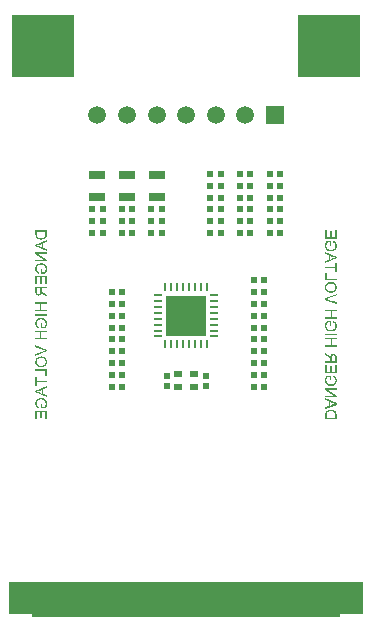
<source format=gbr>
%TF.GenerationSoftware,Altium Limited,Altium Designer,22.1.2 (22)*%
G04 Layer_Color=16711935*
%FSLAX26Y26*%
%MOIN*%
%TF.SameCoordinates,4CB55538-D73B-4A6B-AD5D-0D58206D9AAC*%
%TF.FilePolarity,Negative*%
%TF.FileFunction,Soldermask,Bot*%
%TF.Part,Single*%
G01*
G75*
%TA.AperFunction,NonConductor*%
%ADD37R,1.031496X0.115157*%
%ADD38R,1.181102X0.106299*%
%TA.AperFunction,SMDPad,CuDef*%
%ADD39R,0.055906X0.028346*%
%ADD40R,0.019291X0.021260*%
%ADD41R,0.021260X0.019291*%
%ADD42R,0.028346X0.010630*%
%ADD43R,0.010630X0.028346*%
%ADD44R,0.136614X0.136614*%
%ADD45R,0.028346X0.024409*%
%TA.AperFunction,ConnectorPad*%
%ADD46R,0.024409X0.091339*%
%TA.AperFunction,ViaPad*%
%ADD47R,0.209449X0.209449*%
%TA.AperFunction,ComponentPad*%
%ADD48R,0.059150X0.059150*%
%ADD49C,0.059150*%
G36*
X468577Y1256186D02*
X481408D01*
Y1277098D01*
X485885D01*
Y1256186D01*
X497406D01*
Y1278517D01*
X501883D01*
Y1251163D01*
X464100D01*
Y1279391D01*
X468577D01*
Y1256186D01*
D02*
G37*
G36*
X483374Y1227685D02*
X478896D01*
Y1238823D01*
X471798D01*
X471252Y1238168D01*
X470761Y1237403D01*
X470324Y1236584D01*
X469942Y1235820D01*
X469614Y1235165D01*
X469341Y1234564D01*
X469232Y1234346D01*
X469178Y1234237D01*
X469123Y1234127D01*
Y1234073D01*
X468741Y1232926D01*
X468413Y1231780D01*
X468195Y1230742D01*
X468086Y1229759D01*
X467976Y1228940D01*
Y1228613D01*
X467922Y1228285D01*
Y1227739D01*
X467976Y1226374D01*
X468195Y1225064D01*
X468468Y1223863D01*
X468741Y1222771D01*
X469068Y1221897D01*
X469178Y1221515D01*
X469287Y1221242D01*
X469396Y1220969D01*
X469505Y1220805D01*
X469560Y1220696D01*
Y1220641D01*
X470270Y1219495D01*
X471034Y1218457D01*
X471853Y1217584D01*
X472672Y1216874D01*
X473436Y1216273D01*
X474037Y1215891D01*
X474255Y1215727D01*
X474419Y1215673D01*
X474528Y1215563D01*
X474583D01*
X475948Y1215017D01*
X477368Y1214581D01*
X478787Y1214308D01*
X480152Y1214089D01*
X480753Y1214035D01*
X481299Y1213980D01*
X481845Y1213925D01*
X482282D01*
X482609Y1213871D01*
X482882D01*
X483046D01*
X483101D01*
X484629Y1213925D01*
X485994Y1214089D01*
X487305Y1214308D01*
X488451Y1214581D01*
X488943Y1214690D01*
X489380Y1214854D01*
X489762Y1214963D01*
X490089Y1215072D01*
X490362Y1215181D01*
X490526Y1215236D01*
X490635Y1215290D01*
X490690D01*
X491454Y1215673D01*
X492164Y1216055D01*
X492819Y1216437D01*
X493365Y1216819D01*
X493802Y1217147D01*
X494184Y1217420D01*
X494403Y1217638D01*
X494457Y1217693D01*
X495058Y1218293D01*
X495604Y1218949D01*
X496041Y1219658D01*
X496478Y1220314D01*
X496751Y1220860D01*
X497024Y1221296D01*
X497133Y1221624D01*
X497187Y1221733D01*
X497570Y1222716D01*
X497843Y1223699D01*
X498006Y1224736D01*
X498170Y1225664D01*
X498225Y1226483D01*
Y1226811D01*
X498279Y1227084D01*
Y1227685D01*
X498225Y1228722D01*
X498116Y1229705D01*
X497952Y1230578D01*
X497788Y1231343D01*
X497570Y1231998D01*
X497406Y1232489D01*
X497297Y1232762D01*
X497242Y1232872D01*
X496860Y1233691D01*
X496423Y1234400D01*
X495986Y1235056D01*
X495549Y1235547D01*
X495167Y1235929D01*
X494894Y1236257D01*
X494676Y1236421D01*
X494621Y1236475D01*
X493966Y1236967D01*
X493202Y1237349D01*
X492492Y1237731D01*
X491727Y1238059D01*
X491072Y1238277D01*
X490581Y1238441D01*
X490362Y1238495D01*
X490199Y1238550D01*
X490144Y1238605D01*
X490089D01*
X491291Y1243136D01*
X492656Y1242754D01*
X493857Y1242263D01*
X494949Y1241771D01*
X495822Y1241335D01*
X496532Y1240898D01*
X497024Y1240570D01*
X497351Y1240352D01*
X497460Y1240243D01*
X498334Y1239478D01*
X499044Y1238659D01*
X499699Y1237786D01*
X500245Y1236967D01*
X500627Y1236202D01*
X500955Y1235602D01*
X501064Y1235383D01*
X501119Y1235219D01*
X501173Y1235110D01*
Y1235056D01*
X501610Y1233800D01*
X501938Y1232489D01*
X502211Y1231288D01*
X502374Y1230142D01*
X502484Y1229104D01*
Y1228667D01*
X502538Y1228340D01*
Y1226593D01*
X502429Y1225610D01*
X502156Y1223699D01*
X501992Y1222825D01*
X501774Y1222006D01*
X501610Y1221242D01*
X501392Y1220532D01*
X501173Y1219877D01*
X500955Y1219331D01*
X500736Y1218839D01*
X500573Y1218403D01*
X500409Y1218075D01*
X500300Y1217857D01*
X500245Y1217693D01*
X500190Y1217638D01*
X499699Y1216874D01*
X499208Y1216109D01*
X498061Y1214799D01*
X496914Y1213652D01*
X495713Y1212724D01*
X494676Y1211960D01*
X494239Y1211687D01*
X493802Y1211468D01*
X493475Y1211250D01*
X493256Y1211141D01*
X493092Y1211086D01*
X493038Y1211032D01*
X491236Y1210267D01*
X489434Y1209721D01*
X487687Y1209284D01*
X486868Y1209175D01*
X486104Y1209011D01*
X485394Y1208957D01*
X484793Y1208848D01*
X484193Y1208793D01*
X483701D01*
X483319Y1208738D01*
X483046D01*
X482828D01*
X482773D01*
X480753Y1208848D01*
X478842Y1209121D01*
X477968Y1209284D01*
X477149Y1209448D01*
X476330Y1209667D01*
X475620Y1209885D01*
X474965Y1210103D01*
X474419Y1210322D01*
X473873Y1210486D01*
X473491Y1210649D01*
X473109Y1210813D01*
X472890Y1210922D01*
X472727Y1211032D01*
X472672D01*
X471089Y1212014D01*
X469724Y1213106D01*
X468522Y1214253D01*
X467540Y1215345D01*
X466775Y1216382D01*
X466502Y1216765D01*
X466229Y1217147D01*
X466065Y1217474D01*
X465902Y1217693D01*
X465847Y1217857D01*
X465792Y1217911D01*
X465356Y1218785D01*
X465028Y1219658D01*
X464427Y1221406D01*
X464045Y1223098D01*
X463718Y1224682D01*
X463663Y1225391D01*
X463554Y1226047D01*
X463499Y1226647D01*
Y1227139D01*
X463445Y1227521D01*
Y1228067D01*
X463499Y1229596D01*
X463663Y1231070D01*
X463936Y1232435D01*
X464209Y1233636D01*
X464318Y1234127D01*
X464427Y1234619D01*
X464591Y1235056D01*
X464700Y1235438D01*
X464810Y1235711D01*
X464864Y1235929D01*
X464919Y1236038D01*
Y1236093D01*
X465519Y1237567D01*
X466229Y1238932D01*
X466994Y1240243D01*
X467703Y1241389D01*
X468031Y1241881D01*
X468359Y1242372D01*
X468632Y1242754D01*
X468850Y1243082D01*
X469068Y1243355D01*
X469232Y1243573D01*
X469287Y1243682D01*
X469341Y1243737D01*
X483374D01*
Y1227685D01*
D02*
G37*
G36*
X501883Y1190557D02*
Y1185097D01*
X464100Y1170682D01*
Y1175978D01*
X475566Y1180073D01*
Y1195907D01*
X464100Y1200330D01*
Y1206008D01*
X501883Y1190557D01*
D02*
G37*
G36*
Y1139724D02*
X497406D01*
Y1152173D01*
X464100D01*
Y1157196D01*
X497406D01*
Y1169645D01*
X501883D01*
Y1139724D01*
D02*
G37*
G36*
X468577Y1117993D02*
X501883D01*
Y1112970D01*
X464100D01*
Y1136612D01*
X468577D01*
Y1117993D01*
D02*
G37*
G36*
X484957Y1106636D02*
X486868Y1106418D01*
X487742Y1106254D01*
X488615Y1106036D01*
X489380Y1105817D01*
X490089Y1105654D01*
X490745Y1105435D01*
X491345Y1105217D01*
X491837Y1105053D01*
X492273Y1104835D01*
X492601Y1104725D01*
X492819Y1104616D01*
X492983Y1104507D01*
X493038D01*
X494621Y1103633D01*
X496041Y1102596D01*
X497242Y1101504D01*
X498225Y1100521D01*
X498989Y1099593D01*
X499317Y1099156D01*
X499590Y1098829D01*
X499754Y1098501D01*
X499917Y1098283D01*
X499972Y1098173D01*
X500027Y1098119D01*
X500463Y1097300D01*
X500846Y1096481D01*
X501501Y1094897D01*
X501938Y1093259D01*
X502211Y1091840D01*
X502320Y1091185D01*
X502429Y1090529D01*
X502484Y1090038D01*
Y1089547D01*
X502538Y1089164D01*
Y1088673D01*
X502484Y1087199D01*
X502320Y1085834D01*
X502047Y1084523D01*
X501719Y1083268D01*
X501282Y1082121D01*
X500846Y1081029D01*
X500354Y1080046D01*
X499863Y1079173D01*
X499371Y1078354D01*
X498880Y1077644D01*
X498443Y1077043D01*
X498006Y1076552D01*
X497679Y1076170D01*
X497406Y1075842D01*
X497242Y1075678D01*
X497187Y1075624D01*
X496150Y1074750D01*
X495058Y1073986D01*
X493857Y1073276D01*
X492656Y1072730D01*
X491400Y1072238D01*
X490199Y1071802D01*
X488997Y1071474D01*
X487851Y1071256D01*
X486759Y1071037D01*
X485721Y1070873D01*
X484793Y1070764D01*
X484029Y1070655D01*
X483374D01*
X482882Y1070600D01*
X482555D01*
X482500D01*
X482445D01*
X480589Y1070710D01*
X478896Y1070928D01*
X477258Y1071256D01*
X476549Y1071474D01*
X475839Y1071692D01*
X475238Y1071856D01*
X474692Y1072075D01*
X474201Y1072238D01*
X473764Y1072402D01*
X473436Y1072511D01*
X473218Y1072621D01*
X473054Y1072730D01*
X473000D01*
X471416Y1073658D01*
X470051Y1074641D01*
X468850Y1075733D01*
X467867Y1076770D01*
X467048Y1077698D01*
X466721Y1078081D01*
X466502Y1078408D01*
X466284Y1078736D01*
X466120Y1078954D01*
X466065Y1079063D01*
X466011Y1079118D01*
X465574Y1079937D01*
X465192Y1080756D01*
X464537Y1082394D01*
X464100Y1083977D01*
X463772Y1085452D01*
X463663Y1086161D01*
X463608Y1086762D01*
X463499Y1087308D01*
Y1087799D01*
X463445Y1088127D01*
Y1088673D01*
X463554Y1090475D01*
X463827Y1092167D01*
X464154Y1093751D01*
X464373Y1094461D01*
X464591Y1095116D01*
X464810Y1095716D01*
X465028Y1096262D01*
X465192Y1096699D01*
X465356Y1097081D01*
X465519Y1097409D01*
X465629Y1097682D01*
X465738Y1097791D01*
Y1097846D01*
X466721Y1099375D01*
X467813Y1100685D01*
X468959Y1101777D01*
X470051Y1102705D01*
X471089Y1103470D01*
X471471Y1103743D01*
X471853Y1103961D01*
X472181Y1104179D01*
X472399Y1104289D01*
X472563Y1104398D01*
X472617D01*
X473491Y1104835D01*
X474365Y1105162D01*
X476112Y1105763D01*
X477859Y1106200D01*
X479442Y1106473D01*
X480152Y1106527D01*
X480807Y1106636D01*
X481408Y1106691D01*
X481899D01*
X482336Y1106746D01*
X482609D01*
X482828D01*
X482882D01*
X484957Y1106636D01*
D02*
G37*
G36*
X501883Y1062520D02*
X474419Y1052255D01*
X473273Y1051818D01*
X472181Y1051436D01*
X471143Y1051108D01*
X470215Y1050835D01*
X469396Y1050562D01*
X468795Y1050398D01*
X468577Y1050344D01*
X468413Y1050289D01*
X468304Y1050235D01*
X468249D01*
X470433Y1049579D01*
X471471Y1049252D01*
X472399Y1048924D01*
X473218Y1048651D01*
X473546Y1048542D01*
X473873Y1048487D01*
X474092Y1048378D01*
X474255Y1048324D01*
X474365Y1048269D01*
X474419D01*
X501883Y1038441D01*
Y1032981D01*
X464100Y1047614D01*
Y1052855D01*
X501883Y1067597D01*
Y1062520D01*
D02*
G37*
G36*
Y1008848D02*
X486377D01*
Y989301D01*
X501883D01*
Y984278D01*
X464100D01*
Y989301D01*
X481899D01*
Y1008848D01*
X464100D01*
Y1013871D01*
X501883D01*
Y1008848D01*
D02*
G37*
G36*
X483374Y960691D02*
X478896D01*
Y971829D01*
X471798D01*
X471252Y971174D01*
X470761Y970409D01*
X470324Y969590D01*
X469942Y968826D01*
X469614Y968171D01*
X469341Y967570D01*
X469232Y967352D01*
X469178Y967243D01*
X469123Y967133D01*
Y967079D01*
X468741Y965932D01*
X468413Y964786D01*
X468195Y963748D01*
X468086Y962765D01*
X467976Y961946D01*
Y961619D01*
X467922Y961291D01*
Y960745D01*
X467976Y959380D01*
X468195Y958070D01*
X468468Y956869D01*
X468741Y955777D01*
X469068Y954903D01*
X469178Y954521D01*
X469287Y954248D01*
X469396Y953975D01*
X469505Y953811D01*
X469560Y953702D01*
Y953647D01*
X470270Y952501D01*
X471034Y951463D01*
X471853Y950590D01*
X472672Y949880D01*
X473436Y949279D01*
X474037Y948897D01*
X474255Y948733D01*
X474419Y948679D01*
X474528Y948569D01*
X474583D01*
X475948Y948023D01*
X477368Y947587D01*
X478787Y947314D01*
X480152Y947095D01*
X480753Y947041D01*
X481299Y946986D01*
X481845Y946931D01*
X482282D01*
X482609Y946877D01*
X482882D01*
X483046D01*
X483101D01*
X484629Y946931D01*
X485994Y947095D01*
X487305Y947314D01*
X488451Y947587D01*
X488943Y947696D01*
X489380Y947860D01*
X489762Y947969D01*
X490089Y948078D01*
X490362Y948187D01*
X490526Y948242D01*
X490635Y948296D01*
X490690D01*
X491454Y948679D01*
X492164Y949061D01*
X492819Y949443D01*
X493365Y949825D01*
X493802Y950153D01*
X494184Y950426D01*
X494403Y950644D01*
X494457Y950699D01*
X495058Y951299D01*
X495604Y951955D01*
X496041Y952664D01*
X496478Y953320D01*
X496751Y953866D01*
X497024Y954302D01*
X497133Y954630D01*
X497187Y954739D01*
X497570Y955722D01*
X497843Y956705D01*
X498006Y957742D01*
X498170Y958670D01*
X498225Y959489D01*
Y959817D01*
X498279Y960090D01*
Y960691D01*
X498225Y961728D01*
X498116Y962711D01*
X497952Y963584D01*
X497788Y964349D01*
X497570Y965004D01*
X497406Y965495D01*
X497297Y965768D01*
X497242Y965878D01*
X496860Y966697D01*
X496423Y967406D01*
X495986Y968062D01*
X495549Y968553D01*
X495167Y968935D01*
X494894Y969263D01*
X494676Y969427D01*
X494621Y969481D01*
X493966Y969973D01*
X493202Y970355D01*
X492492Y970737D01*
X491727Y971065D01*
X491072Y971283D01*
X490581Y971447D01*
X490362Y971501D01*
X490199Y971556D01*
X490144Y971611D01*
X490089D01*
X491291Y976142D01*
X492656Y975760D01*
X493857Y975269D01*
X494949Y974777D01*
X495822Y974341D01*
X496532Y973904D01*
X497024Y973576D01*
X497351Y973358D01*
X497460Y973249D01*
X498334Y972484D01*
X499044Y971665D01*
X499699Y970792D01*
X500245Y969973D01*
X500627Y969208D01*
X500955Y968608D01*
X501064Y968389D01*
X501119Y968225D01*
X501173Y968116D01*
Y968062D01*
X501610Y966806D01*
X501938Y965495D01*
X502211Y964294D01*
X502374Y963148D01*
X502484Y962110D01*
Y961673D01*
X502538Y961346D01*
Y959599D01*
X502429Y958616D01*
X502156Y956705D01*
X501992Y955831D01*
X501774Y955012D01*
X501610Y954248D01*
X501392Y953538D01*
X501173Y952883D01*
X500955Y952337D01*
X500736Y951845D01*
X500573Y951409D01*
X500409Y951081D01*
X500300Y950863D01*
X500245Y950699D01*
X500190Y950644D01*
X499699Y949880D01*
X499208Y949115D01*
X498061Y947805D01*
X496914Y946658D01*
X495713Y945730D01*
X494676Y944966D01*
X494239Y944693D01*
X493802Y944474D01*
X493475Y944256D01*
X493256Y944147D01*
X493092Y944092D01*
X493038Y944038D01*
X491236Y943273D01*
X489434Y942727D01*
X487687Y942290D01*
X486868Y942181D01*
X486104Y942017D01*
X485394Y941963D01*
X484793Y941854D01*
X484193Y941799D01*
X483701D01*
X483319Y941744D01*
X483046D01*
X482828D01*
X482773D01*
X480753Y941854D01*
X478842Y942127D01*
X477968Y942290D01*
X477149Y942454D01*
X476330Y942673D01*
X475620Y942891D01*
X474965Y943109D01*
X474419Y943328D01*
X473873Y943492D01*
X473491Y943655D01*
X473109Y943819D01*
X472890Y943928D01*
X472727Y944038D01*
X472672D01*
X471089Y945020D01*
X469724Y946112D01*
X468522Y947259D01*
X467540Y948351D01*
X466775Y949388D01*
X466502Y949771D01*
X466229Y950153D01*
X466065Y950480D01*
X465902Y950699D01*
X465847Y950863D01*
X465792Y950917D01*
X465356Y951791D01*
X465028Y952664D01*
X464427Y954412D01*
X464045Y956104D01*
X463718Y957688D01*
X463663Y958397D01*
X463554Y959053D01*
X463499Y959653D01*
Y960145D01*
X463445Y960527D01*
Y961073D01*
X463499Y962602D01*
X463663Y964076D01*
X463936Y965441D01*
X464209Y966642D01*
X464318Y967133D01*
X464427Y967625D01*
X464591Y968062D01*
X464700Y968444D01*
X464810Y968717D01*
X464864Y968935D01*
X464919Y969044D01*
Y969099D01*
X465519Y970573D01*
X466229Y971938D01*
X466994Y973249D01*
X467703Y974395D01*
X468031Y974887D01*
X468359Y975378D01*
X468632Y975760D01*
X468850Y976088D01*
X469068Y976361D01*
X469232Y976579D01*
X469287Y976688D01*
X469341Y976743D01*
X483374D01*
Y960691D01*
D02*
G37*
G36*
X501883Y929186D02*
X464100D01*
Y934210D01*
X501883D01*
Y929186D01*
D02*
G37*
G36*
Y914990D02*
X486377D01*
Y895444D01*
X501883D01*
Y890420D01*
X464100D01*
Y895444D01*
X481899D01*
Y914990D01*
X464100D01*
Y920014D01*
X501883D01*
Y914990D01*
D02*
G37*
G36*
X474365Y864212D02*
X475457Y863448D01*
X476439Y862738D01*
X477258Y862028D01*
X478023Y861428D01*
X478569Y860882D01*
X479006Y860445D01*
X479279Y860172D01*
X479388Y860063D01*
X479715Y859626D01*
X480098Y859135D01*
X480698Y858152D01*
X480917Y857715D01*
X481135Y857387D01*
X481244Y857169D01*
X481299Y857060D01*
X481463Y858043D01*
X481626Y858971D01*
X481899Y859790D01*
X482118Y860609D01*
X482391Y861319D01*
X482718Y861974D01*
X482991Y862574D01*
X483264Y863120D01*
X483592Y863557D01*
X483865Y863994D01*
X484083Y864322D01*
X484302Y864595D01*
X484466Y864813D01*
X484629Y864977D01*
X484684Y865031D01*
X484739Y865086D01*
X485285Y865523D01*
X485831Y865960D01*
X486977Y866615D01*
X488124Y867052D01*
X489216Y867379D01*
X490144Y867598D01*
X490526Y867652D01*
X490908D01*
X491181Y867707D01*
X491400D01*
X491509D01*
X491564D01*
X492710Y867652D01*
X493748Y867488D01*
X494730Y867215D01*
X495549Y866942D01*
X496259Y866615D01*
X496805Y866396D01*
X497133Y866178D01*
X497187Y866123D01*
X497242D01*
X498116Y865468D01*
X498880Y864813D01*
X499535Y864103D01*
X500027Y863448D01*
X500409Y862847D01*
X500627Y862356D01*
X500791Y862028D01*
X500846Y861974D01*
Y861919D01*
X501009Y861428D01*
X501173Y860827D01*
X501446Y859626D01*
X501610Y858316D01*
X501774Y857114D01*
X501828Y855968D01*
Y855476D01*
X501883Y855040D01*
Y837513D01*
X464100D01*
Y842536D01*
X480862D01*
Y848979D01*
X480807Y849580D01*
Y850016D01*
X480753Y850399D01*
X480698Y850672D01*
Y850890D01*
X480644Y850999D01*
Y851054D01*
X480371Y851927D01*
X480207Y852310D01*
X480043Y852637D01*
X479879Y852965D01*
X479770Y853183D01*
X479715Y853292D01*
X479661Y853347D01*
X479333Y853784D01*
X478951Y854221D01*
X478132Y855040D01*
X477750Y855422D01*
X477422Y855695D01*
X477204Y855859D01*
X477149Y855913D01*
X476385Y856459D01*
X475566Y857060D01*
X474692Y857660D01*
X473873Y858261D01*
X473109Y858752D01*
X472508Y859135D01*
X472290Y859298D01*
X472126Y859408D01*
X472017Y859517D01*
X471962D01*
X464100Y864485D01*
Y870710D01*
X474365Y864212D01*
D02*
G37*
G36*
X468577Y807319D02*
X481408D01*
Y828231D01*
X485885D01*
Y807319D01*
X497406D01*
Y829651D01*
X501883D01*
Y802296D01*
X464100D01*
Y830524D01*
X468577D01*
Y807319D01*
D02*
G37*
G36*
X483374Y778818D02*
X478896D01*
Y789956D01*
X471798D01*
X471252Y789301D01*
X470761Y788537D01*
X470324Y787718D01*
X469942Y786953D01*
X469614Y786298D01*
X469341Y785698D01*
X469232Y785479D01*
X469178Y785370D01*
X469123Y785261D01*
Y785206D01*
X468741Y784060D01*
X468413Y782913D01*
X468195Y781876D01*
X468086Y780893D01*
X467976Y780074D01*
Y779746D01*
X467922Y779419D01*
Y778873D01*
X467976Y777508D01*
X468195Y776197D01*
X468468Y774996D01*
X468741Y773904D01*
X469068Y773030D01*
X469178Y772648D01*
X469287Y772375D01*
X469396Y772102D01*
X469505Y771938D01*
X469560Y771829D01*
Y771775D01*
X470270Y770628D01*
X471034Y769591D01*
X471853Y768717D01*
X472672Y768007D01*
X473436Y767407D01*
X474037Y767024D01*
X474255Y766861D01*
X474419Y766806D01*
X474528Y766697D01*
X474583D01*
X475948Y766151D01*
X477368Y765714D01*
X478787Y765441D01*
X480152Y765223D01*
X480753Y765168D01*
X481299Y765113D01*
X481845Y765059D01*
X482282D01*
X482609Y765004D01*
X482882D01*
X483046D01*
X483101D01*
X484629Y765059D01*
X485994Y765223D01*
X487305Y765441D01*
X488451Y765714D01*
X488943Y765823D01*
X489380Y765987D01*
X489762Y766096D01*
X490089Y766205D01*
X490362Y766315D01*
X490526Y766369D01*
X490635Y766424D01*
X490690D01*
X491454Y766806D01*
X492164Y767188D01*
X492819Y767570D01*
X493365Y767953D01*
X493802Y768280D01*
X494184Y768553D01*
X494403Y768772D01*
X494457Y768826D01*
X495058Y769427D01*
X495604Y770082D01*
X496041Y770792D01*
X496478Y771447D01*
X496751Y771993D01*
X497024Y772430D01*
X497133Y772757D01*
X497187Y772867D01*
X497570Y773849D01*
X497843Y774832D01*
X498006Y775870D01*
X498170Y776798D01*
X498225Y777617D01*
Y777944D01*
X498279Y778217D01*
Y778818D01*
X498225Y779855D01*
X498116Y780838D01*
X497952Y781712D01*
X497788Y782476D01*
X497570Y783131D01*
X497406Y783623D01*
X497297Y783896D01*
X497242Y784005D01*
X496860Y784824D01*
X496423Y785534D01*
X495986Y786189D01*
X495549Y786680D01*
X495167Y787063D01*
X494894Y787390D01*
X494676Y787554D01*
X494621Y787609D01*
X493966Y788100D01*
X493202Y788482D01*
X492492Y788864D01*
X491727Y789192D01*
X491072Y789410D01*
X490581Y789574D01*
X490362Y789629D01*
X490199Y789683D01*
X490144Y789738D01*
X490089D01*
X491291Y794270D01*
X492656Y793888D01*
X493857Y793396D01*
X494949Y792905D01*
X495822Y792468D01*
X496532Y792031D01*
X497024Y791704D01*
X497351Y791485D01*
X497460Y791376D01*
X498334Y790612D01*
X499044Y789793D01*
X499699Y788919D01*
X500245Y788100D01*
X500627Y787336D01*
X500955Y786735D01*
X501064Y786517D01*
X501119Y786353D01*
X501173Y786244D01*
Y786189D01*
X501610Y784933D01*
X501938Y783623D01*
X502211Y782422D01*
X502374Y781275D01*
X502484Y780238D01*
Y779801D01*
X502538Y779473D01*
Y777726D01*
X502429Y776743D01*
X502156Y774832D01*
X501992Y773959D01*
X501774Y773140D01*
X501610Y772375D01*
X501392Y771665D01*
X501173Y771010D01*
X500955Y770464D01*
X500736Y769973D01*
X500573Y769536D01*
X500409Y769208D01*
X500300Y768990D01*
X500245Y768826D01*
X500190Y768772D01*
X499699Y768007D01*
X499208Y767243D01*
X498061Y765932D01*
X496914Y764786D01*
X495713Y763858D01*
X494676Y763093D01*
X494239Y762820D01*
X493802Y762602D01*
X493475Y762383D01*
X493256Y762274D01*
X493092Y762220D01*
X493038Y762165D01*
X491236Y761401D01*
X489434Y760855D01*
X487687Y760418D01*
X486868Y760309D01*
X486104Y760145D01*
X485394Y760090D01*
X484793Y759981D01*
X484193Y759926D01*
X483701D01*
X483319Y759872D01*
X483046D01*
X482828D01*
X482773D01*
X480753Y759981D01*
X478842Y760254D01*
X477968Y760418D01*
X477149Y760582D01*
X476330Y760800D01*
X475620Y761018D01*
X474965Y761237D01*
X474419Y761455D01*
X473873Y761619D01*
X473491Y761783D01*
X473109Y761947D01*
X472890Y762056D01*
X472727Y762165D01*
X472672D01*
X471089Y763148D01*
X469724Y764240D01*
X468522Y765386D01*
X467540Y766478D01*
X466775Y767516D01*
X466502Y767898D01*
X466229Y768280D01*
X466065Y768608D01*
X465902Y768826D01*
X465847Y768990D01*
X465792Y769045D01*
X465356Y769918D01*
X465028Y770792D01*
X464427Y772539D01*
X464045Y774232D01*
X463718Y775815D01*
X463663Y776525D01*
X463554Y777180D01*
X463499Y777781D01*
Y778272D01*
X463445Y778654D01*
Y779200D01*
X463499Y780729D01*
X463663Y782203D01*
X463936Y783568D01*
X464209Y784769D01*
X464318Y785261D01*
X464427Y785752D01*
X464591Y786189D01*
X464700Y786571D01*
X464810Y786844D01*
X464864Y787063D01*
X464919Y787172D01*
Y787226D01*
X465519Y788701D01*
X466229Y790066D01*
X466994Y791376D01*
X467703Y792523D01*
X468031Y793014D01*
X468359Y793505D01*
X468632Y793888D01*
X468850Y794215D01*
X469068Y794488D01*
X469232Y794707D01*
X469287Y794816D01*
X469341Y794870D01*
X483374D01*
Y778818D01*
D02*
G37*
G36*
X501883Y747969D02*
X472181D01*
X501883Y728149D01*
Y723017D01*
X464100D01*
Y727822D01*
X493748D01*
X464100Y747587D01*
Y752774D01*
X501883D01*
Y747969D01*
D02*
G37*
G36*
Y703579D02*
Y698119D01*
X464100Y683705D01*
Y689001D01*
X475566Y693096D01*
Y708930D01*
X464100Y713353D01*
Y719031D01*
X501883Y703579D01*
D02*
G37*
G36*
X485012Y680920D02*
X486704Y680756D01*
X488233Y680483D01*
X488943Y680374D01*
X489543Y680210D01*
X490144Y680047D01*
X490635Y679937D01*
X491072Y679828D01*
X491454Y679664D01*
X491782Y679610D01*
X492000Y679501D01*
X492110Y679446D01*
X492164D01*
X493584Y678845D01*
X494840Y678136D01*
X495932Y677371D01*
X496860Y676661D01*
X497624Y676006D01*
X498170Y675460D01*
X498334Y675242D01*
X498498Y675078D01*
X498552Y675023D01*
X498607Y674969D01*
X499317Y674095D01*
X499863Y673167D01*
X500354Y672239D01*
X500736Y671365D01*
X501009Y670601D01*
X501173Y670000D01*
X501282Y669782D01*
Y669618D01*
X501337Y669509D01*
Y669454D01*
X501501Y668526D01*
X501665Y667434D01*
X501774Y666342D01*
X501828Y665250D01*
X501883Y664267D01*
Y649744D01*
X464100D01*
Y663339D01*
X464154Y664595D01*
X464209Y665741D01*
X464318Y666779D01*
X464427Y667652D01*
X464537Y668417D01*
X464591Y668963D01*
X464646Y669127D01*
X464700Y669290D01*
Y669400D01*
X464973Y670382D01*
X465301Y671256D01*
X465574Y672020D01*
X465902Y672676D01*
X466175Y673222D01*
X466393Y673604D01*
X466557Y673822D01*
X466611Y673931D01*
X467103Y674641D01*
X467703Y675242D01*
X468249Y675842D01*
X468795Y676334D01*
X469287Y676771D01*
X469669Y677098D01*
X469942Y677317D01*
X470051Y677371D01*
X470925Y677917D01*
X471853Y678463D01*
X472727Y678900D01*
X473600Y679228D01*
X474365Y679555D01*
X474965Y679774D01*
X475184Y679828D01*
X475347Y679883D01*
X475457Y679937D01*
X475511D01*
X476822Y680265D01*
X478132Y680538D01*
X479388Y680702D01*
X480589Y680866D01*
X481626Y680920D01*
X482063D01*
X482445Y680975D01*
X482718D01*
X482991D01*
X483101D01*
X483155D01*
X485012Y680920D01*
D02*
G37*
G36*
X-464100Y1265795D02*
X-464154Y1264539D01*
X-464209Y1263393D01*
X-464318Y1262355D01*
X-464427Y1261482D01*
X-464536Y1260717D01*
X-464591Y1260171D01*
X-464646Y1260007D01*
X-464700Y1259844D01*
Y1259735D01*
X-464973Y1258752D01*
X-465301Y1257878D01*
X-465574Y1257114D01*
X-465901Y1256458D01*
X-466174Y1255912D01*
X-466393Y1255530D01*
X-466557Y1255312D01*
X-466611Y1255203D01*
X-467103Y1254493D01*
X-467703Y1253892D01*
X-468249Y1253292D01*
X-468795Y1252800D01*
X-469287Y1252363D01*
X-469669Y1252036D01*
X-469942Y1251818D01*
X-470051Y1251763D01*
X-470925Y1251217D01*
X-471853Y1250671D01*
X-472726Y1250234D01*
X-473600Y1249907D01*
X-474364Y1249579D01*
X-474965Y1249361D01*
X-475183Y1249306D01*
X-475347Y1249251D01*
X-475456Y1249197D01*
X-475511D01*
X-476821Y1248869D01*
X-478132Y1248596D01*
X-479388Y1248432D01*
X-480589Y1248268D01*
X-481626Y1248214D01*
X-482063D01*
X-482445Y1248159D01*
X-482718D01*
X-482991D01*
X-483100D01*
X-483155D01*
X-485011Y1248214D01*
X-486704Y1248378D01*
X-488233Y1248651D01*
X-488943Y1248760D01*
X-489543Y1248924D01*
X-490144Y1249088D01*
X-490635Y1249197D01*
X-491072Y1249306D01*
X-491454Y1249470D01*
X-491782Y1249524D01*
X-492000Y1249633D01*
X-492109Y1249688D01*
X-492164D01*
X-493584Y1250289D01*
X-494839Y1250998D01*
X-495931Y1251763D01*
X-496860Y1252473D01*
X-497624Y1253128D01*
X-498170Y1253674D01*
X-498334Y1253892D01*
X-498498Y1254056D01*
X-498552Y1254111D01*
X-498607Y1254165D01*
X-499317Y1255039D01*
X-499863Y1255967D01*
X-500354Y1256895D01*
X-500736Y1257769D01*
X-501009Y1258533D01*
X-501173Y1259134D01*
X-501282Y1259352D01*
Y1259516D01*
X-501337Y1259625D01*
Y1259680D01*
X-501501Y1260608D01*
X-501664Y1261700D01*
X-501774Y1262792D01*
X-501828Y1263884D01*
X-501883Y1264867D01*
Y1279390D01*
X-464100D01*
Y1265795D01*
D02*
G37*
G36*
Y1240133D02*
X-475566Y1236038D01*
Y1220204D01*
X-464100Y1215782D01*
Y1210103D01*
X-501883Y1225555D01*
Y1231015D01*
X-464100Y1245429D01*
Y1240133D01*
D02*
G37*
G36*
Y1201312D02*
X-493747D01*
X-464100Y1181547D01*
Y1176360D01*
X-501883D01*
Y1181165D01*
X-472180D01*
X-501883Y1200985D01*
Y1206117D01*
X-464100D01*
Y1201312D01*
D02*
G37*
G36*
X-480753Y1169153D02*
X-478842Y1168880D01*
X-477968Y1168716D01*
X-477149Y1168553D01*
X-476330Y1168334D01*
X-475620Y1168116D01*
X-474965Y1167897D01*
X-474419Y1167679D01*
X-473873Y1167515D01*
X-473491Y1167351D01*
X-473109Y1167188D01*
X-472890Y1167078D01*
X-472726Y1166969D01*
X-472672D01*
X-471088Y1165986D01*
X-469723Y1164894D01*
X-468522Y1163748D01*
X-467539Y1162656D01*
X-466775Y1161618D01*
X-466502Y1161236D01*
X-466229Y1160854D01*
X-466065Y1160526D01*
X-465901Y1160308D01*
X-465847Y1160144D01*
X-465792Y1160090D01*
X-465355Y1159216D01*
X-465028Y1158342D01*
X-464427Y1156595D01*
X-464045Y1154902D01*
X-463717Y1153319D01*
X-463663Y1152609D01*
X-463554Y1151954D01*
X-463499Y1151353D01*
Y1150862D01*
X-463444Y1150480D01*
Y1149934D01*
X-463499Y1148405D01*
X-463663Y1146931D01*
X-463936Y1145566D01*
X-464209Y1144365D01*
X-464318Y1143873D01*
X-464427Y1143382D01*
X-464591Y1142945D01*
X-464700Y1142563D01*
X-464809Y1142290D01*
X-464864Y1142072D01*
X-464919Y1141962D01*
Y1141908D01*
X-465519Y1140434D01*
X-466229Y1139069D01*
X-466993Y1137758D01*
X-467703Y1136611D01*
X-468031Y1136120D01*
X-468358Y1135629D01*
X-468631Y1135246D01*
X-468850Y1134919D01*
X-469068Y1134646D01*
X-469232Y1134428D01*
X-469287Y1134318D01*
X-469341Y1134264D01*
X-483373D01*
Y1150316D01*
X-478896D01*
Y1139178D01*
X-471798D01*
X-471252Y1139833D01*
X-470761Y1140597D01*
X-470324Y1141416D01*
X-469942Y1142181D01*
X-469614Y1142836D01*
X-469341Y1143437D01*
X-469232Y1143655D01*
X-469177Y1143764D01*
X-469123Y1143873D01*
Y1143928D01*
X-468741Y1145074D01*
X-468413Y1146221D01*
X-468195Y1147258D01*
X-468085Y1148241D01*
X-467976Y1149060D01*
Y1149388D01*
X-467922Y1149716D01*
Y1150262D01*
X-467976Y1151627D01*
X-468195Y1152937D01*
X-468468Y1154138D01*
X-468741Y1155230D01*
X-469068Y1156104D01*
X-469177Y1156486D01*
X-469287Y1156759D01*
X-469396Y1157032D01*
X-469505Y1157196D01*
X-469560Y1157305D01*
Y1157360D01*
X-470269Y1158506D01*
X-471034Y1159543D01*
X-471853Y1160417D01*
X-472672Y1161127D01*
X-473436Y1161727D01*
X-474037Y1162110D01*
X-474255Y1162274D01*
X-474419Y1162328D01*
X-474528Y1162437D01*
X-474583D01*
X-475948Y1162983D01*
X-477367Y1163420D01*
X-478787Y1163693D01*
X-480152Y1163911D01*
X-480753Y1163966D01*
X-481299Y1164021D01*
X-481845Y1164075D01*
X-482281D01*
X-482609Y1164130D01*
X-482882D01*
X-483046D01*
X-483100D01*
X-484629Y1164075D01*
X-485994Y1163911D01*
X-487305Y1163693D01*
X-488451Y1163420D01*
X-488943Y1163311D01*
X-489379Y1163147D01*
X-489762Y1163038D01*
X-490089Y1162929D01*
X-490362Y1162820D01*
X-490526Y1162765D01*
X-490635Y1162710D01*
X-490690D01*
X-491454Y1162328D01*
X-492164Y1161946D01*
X-492819Y1161564D01*
X-493365Y1161181D01*
X-493802Y1160854D01*
X-494184Y1160581D01*
X-494403Y1160362D01*
X-494457Y1160308D01*
X-495058Y1159707D01*
X-495604Y1159052D01*
X-496041Y1158342D01*
X-496477Y1157687D01*
X-496750Y1157141D01*
X-497023Y1156704D01*
X-497133Y1156377D01*
X-497187Y1156267D01*
X-497569Y1155285D01*
X-497842Y1154302D01*
X-498006Y1153264D01*
X-498170Y1152336D01*
X-498225Y1151517D01*
Y1151190D01*
X-498279Y1150917D01*
Y1150316D01*
X-498225Y1149279D01*
X-498115Y1148296D01*
X-497952Y1147422D01*
X-497788Y1146658D01*
X-497569Y1146003D01*
X-497406Y1145511D01*
X-497296Y1145238D01*
X-497242Y1145129D01*
X-496860Y1144310D01*
X-496423Y1143600D01*
X-495986Y1142945D01*
X-495549Y1142454D01*
X-495167Y1142072D01*
X-494894Y1141744D01*
X-494676Y1141580D01*
X-494621Y1141525D01*
X-493966Y1141034D01*
X-493201Y1140652D01*
X-492492Y1140270D01*
X-491727Y1139942D01*
X-491072Y1139724D01*
X-490581Y1139560D01*
X-490362Y1139505D01*
X-490198Y1139451D01*
X-490144Y1139396D01*
X-490089D01*
X-491290Y1134864D01*
X-492655Y1135246D01*
X-493857Y1135738D01*
X-494949Y1136229D01*
X-495822Y1136666D01*
X-496532Y1137103D01*
X-497023Y1137430D01*
X-497351Y1137649D01*
X-497460Y1137758D01*
X-498334Y1138523D01*
X-499044Y1139341D01*
X-499699Y1140215D01*
X-500245Y1141034D01*
X-500627Y1141799D01*
X-500955Y1142399D01*
X-501064Y1142618D01*
X-501118Y1142781D01*
X-501173Y1142890D01*
Y1142945D01*
X-501610Y1144201D01*
X-501937Y1145511D01*
X-502210Y1146713D01*
X-502374Y1147859D01*
X-502483Y1148897D01*
Y1149333D01*
X-502538Y1149661D01*
Y1151408D01*
X-502429Y1152391D01*
X-502156Y1154302D01*
X-501992Y1155176D01*
X-501774Y1155995D01*
X-501610Y1156759D01*
X-501391Y1157469D01*
X-501173Y1158124D01*
X-500955Y1158670D01*
X-500736Y1159161D01*
X-500572Y1159598D01*
X-500409Y1159926D01*
X-500299Y1160144D01*
X-500245Y1160308D01*
X-500190Y1160362D01*
X-499699Y1161127D01*
X-499207Y1161891D01*
X-498061Y1163202D01*
X-496914Y1164348D01*
X-495713Y1165276D01*
X-494676Y1166041D01*
X-494239Y1166314D01*
X-493802Y1166532D01*
X-493474Y1166751D01*
X-493256Y1166860D01*
X-493092Y1166915D01*
X-493038Y1166969D01*
X-491236Y1167734D01*
X-489434Y1168280D01*
X-487687Y1168716D01*
X-486868Y1168825D01*
X-486103Y1168989D01*
X-485394Y1169044D01*
X-484793Y1169153D01*
X-484192Y1169208D01*
X-483701D01*
X-483319Y1169262D01*
X-483046D01*
X-482827D01*
X-482773D01*
X-480753Y1169153D01*
D02*
G37*
G36*
X-464100Y1098610D02*
X-468577D01*
Y1121815D01*
X-481408D01*
Y1100903D01*
X-485885D01*
Y1121815D01*
X-497406D01*
Y1099484D01*
X-501883D01*
Y1126838D01*
X-464100D01*
Y1098610D01*
D02*
G37*
G36*
Y1086598D02*
X-480862D01*
Y1080155D01*
X-480807Y1079554D01*
Y1079118D01*
X-480753Y1078736D01*
X-480698Y1078463D01*
Y1078244D01*
X-480643Y1078135D01*
Y1078080D01*
X-480370Y1077207D01*
X-480207Y1076824D01*
X-480043Y1076497D01*
X-479879Y1076169D01*
X-479770Y1075951D01*
X-479715Y1075842D01*
X-479661Y1075787D01*
X-479333Y1075350D01*
X-478951Y1074914D01*
X-478132Y1074094D01*
X-477750Y1073712D01*
X-477422Y1073439D01*
X-477204Y1073275D01*
X-477149Y1073221D01*
X-476385Y1072675D01*
X-475566Y1072074D01*
X-474692Y1071474D01*
X-473873Y1070873D01*
X-473109Y1070382D01*
X-472508Y1069999D01*
X-472290Y1069836D01*
X-472126Y1069726D01*
X-472017Y1069617D01*
X-471962D01*
X-464100Y1064649D01*
Y1058424D01*
X-474364Y1064922D01*
X-475456Y1065686D01*
X-476439Y1066396D01*
X-477258Y1067106D01*
X-478023Y1067706D01*
X-478569Y1068252D01*
X-479005Y1068689D01*
X-479278Y1068962D01*
X-479388Y1069071D01*
X-479715Y1069508D01*
X-480097Y1069999D01*
X-480698Y1070982D01*
X-480916Y1071419D01*
X-481135Y1071747D01*
X-481244Y1071965D01*
X-481299Y1072074D01*
X-481462Y1071091D01*
X-481626Y1070163D01*
X-481899Y1069344D01*
X-482118Y1068525D01*
X-482391Y1067815D01*
X-482718Y1067160D01*
X-482991Y1066560D01*
X-483264Y1066014D01*
X-483592Y1065577D01*
X-483865Y1065140D01*
X-484083Y1064812D01*
X-484302Y1064540D01*
X-484465Y1064321D01*
X-484629Y1064157D01*
X-484684Y1064103D01*
X-484738Y1064048D01*
X-485284Y1063611D01*
X-485830Y1063175D01*
X-486977Y1062519D01*
X-488124Y1062082D01*
X-489216Y1061755D01*
X-490144Y1061536D01*
X-490526Y1061482D01*
X-490908D01*
X-491181Y1061427D01*
X-491400D01*
X-491509D01*
X-491563D01*
X-492710Y1061482D01*
X-493747Y1061646D01*
X-494730Y1061919D01*
X-495549Y1062192D01*
X-496259Y1062519D01*
X-496805Y1062738D01*
X-497133Y1062956D01*
X-497187Y1063011D01*
X-497242D01*
X-498115Y1063666D01*
X-498880Y1064321D01*
X-499535Y1065031D01*
X-500026Y1065686D01*
X-500409Y1066287D01*
X-500627Y1066778D01*
X-500791Y1067106D01*
X-500845Y1067160D01*
Y1067215D01*
X-501009Y1067706D01*
X-501173Y1068307D01*
X-501446Y1069508D01*
X-501610Y1070819D01*
X-501774Y1072020D01*
X-501828Y1073166D01*
Y1073658D01*
X-501883Y1074094D01*
Y1091621D01*
X-464100D01*
Y1086598D01*
D02*
G37*
G36*
Y1033690D02*
X-481899D01*
Y1014144D01*
X-464100D01*
Y1009120D01*
X-501883D01*
Y1014144D01*
X-486376D01*
Y1033690D01*
X-501883D01*
Y1038714D01*
X-464100D01*
Y1033690D01*
D02*
G37*
G36*
Y994924D02*
X-501883D01*
Y999948D01*
X-464100D01*
Y994924D01*
D02*
G37*
G36*
X-480753Y987280D02*
X-478842Y987008D01*
X-477968Y986844D01*
X-477149Y986680D01*
X-476330Y986462D01*
X-475620Y986243D01*
X-474965Y986025D01*
X-474419Y985806D01*
X-473873Y985643D01*
X-473491Y985479D01*
X-473109Y985315D01*
X-472890Y985206D01*
X-472726Y985096D01*
X-472672D01*
X-471088Y984114D01*
X-469723Y983022D01*
X-468522Y981875D01*
X-467539Y980783D01*
X-466775Y979746D01*
X-466502Y979364D01*
X-466229Y978981D01*
X-466065Y978654D01*
X-465901Y978435D01*
X-465847Y978271D01*
X-465792Y978217D01*
X-465355Y977343D01*
X-465028Y976470D01*
X-464427Y974722D01*
X-464045Y973030D01*
X-463717Y971447D01*
X-463663Y970737D01*
X-463554Y970082D01*
X-463499Y969481D01*
Y968990D01*
X-463444Y968607D01*
Y968061D01*
X-463499Y966533D01*
X-463663Y965058D01*
X-463936Y963693D01*
X-464209Y962492D01*
X-464318Y962001D01*
X-464427Y961509D01*
X-464591Y961072D01*
X-464700Y960690D01*
X-464809Y960417D01*
X-464864Y960199D01*
X-464919Y960090D01*
Y960035D01*
X-465519Y958561D01*
X-466229Y957196D01*
X-466993Y955885D01*
X-467703Y954739D01*
X-468031Y954247D01*
X-468358Y953756D01*
X-468631Y953374D01*
X-468850Y953046D01*
X-469068Y952773D01*
X-469232Y952555D01*
X-469287Y952446D01*
X-469341Y952391D01*
X-483373D01*
Y968443D01*
X-478896D01*
Y957305D01*
X-471798D01*
X-471252Y957960D01*
X-470761Y958725D01*
X-470324Y959544D01*
X-469942Y960308D01*
X-469614Y960963D01*
X-469341Y961564D01*
X-469232Y961782D01*
X-469177Y961891D01*
X-469123Y962001D01*
Y962055D01*
X-468741Y963202D01*
X-468413Y964348D01*
X-468195Y965386D01*
X-468085Y966369D01*
X-467976Y967188D01*
Y967515D01*
X-467922Y967843D01*
Y968389D01*
X-467976Y969754D01*
X-468195Y971064D01*
X-468468Y972265D01*
X-468741Y973357D01*
X-469068Y974231D01*
X-469177Y974613D01*
X-469287Y974886D01*
X-469396Y975159D01*
X-469505Y975323D01*
X-469560Y975432D01*
Y975487D01*
X-470269Y976634D01*
X-471034Y977671D01*
X-471853Y978544D01*
X-472672Y979254D01*
X-473436Y979855D01*
X-474037Y980237D01*
X-474255Y980401D01*
X-474419Y980456D01*
X-474528Y980565D01*
X-474583D01*
X-475948Y981111D01*
X-477367Y981548D01*
X-478787Y981821D01*
X-480152Y982039D01*
X-480753Y982093D01*
X-481299Y982148D01*
X-481845Y982203D01*
X-482281D01*
X-482609Y982257D01*
X-482882D01*
X-483046D01*
X-483100D01*
X-484629Y982203D01*
X-485994Y982039D01*
X-487305Y981821D01*
X-488451Y981548D01*
X-488943Y981438D01*
X-489379Y981274D01*
X-489762Y981165D01*
X-490089Y981056D01*
X-490362Y980947D01*
X-490526Y980892D01*
X-490635Y980838D01*
X-490690D01*
X-491454Y980456D01*
X-492164Y980073D01*
X-492819Y979691D01*
X-493365Y979309D01*
X-493802Y978981D01*
X-494184Y978708D01*
X-494403Y978490D01*
X-494457Y978435D01*
X-495058Y977835D01*
X-495604Y977179D01*
X-496041Y976470D01*
X-496477Y975814D01*
X-496750Y975269D01*
X-497023Y974832D01*
X-497133Y974504D01*
X-497187Y974395D01*
X-497569Y973412D01*
X-497842Y972429D01*
X-498006Y971392D01*
X-498170Y970464D01*
X-498225Y969645D01*
Y969317D01*
X-498279Y969044D01*
Y968443D01*
X-498225Y967406D01*
X-498115Y966423D01*
X-497952Y965550D01*
X-497788Y964785D01*
X-497569Y964130D01*
X-497406Y963639D01*
X-497296Y963366D01*
X-497242Y963256D01*
X-496860Y962438D01*
X-496423Y961728D01*
X-495986Y961072D01*
X-495549Y960581D01*
X-495167Y960199D01*
X-494894Y959871D01*
X-494676Y959707D01*
X-494621Y959653D01*
X-493966Y959162D01*
X-493201Y958779D01*
X-492492Y958397D01*
X-491727Y958069D01*
X-491072Y957851D01*
X-490581Y957687D01*
X-490362Y957633D01*
X-490198Y957578D01*
X-490144Y957524D01*
X-490089D01*
X-491290Y952992D01*
X-492655Y953374D01*
X-493857Y953865D01*
X-494949Y954357D01*
X-495822Y954793D01*
X-496532Y955230D01*
X-497023Y955558D01*
X-497351Y955776D01*
X-497460Y955885D01*
X-498334Y956650D01*
X-499044Y957469D01*
X-499699Y958342D01*
X-500245Y959162D01*
X-500627Y959926D01*
X-500955Y960527D01*
X-501064Y960745D01*
X-501118Y960909D01*
X-501173Y961018D01*
Y961072D01*
X-501610Y962328D01*
X-501937Y963639D01*
X-502210Y964840D01*
X-502374Y965986D01*
X-502483Y967024D01*
Y967461D01*
X-502538Y967788D01*
Y969535D01*
X-502429Y970518D01*
X-502156Y972429D01*
X-501992Y973303D01*
X-501774Y974122D01*
X-501610Y974886D01*
X-501391Y975596D01*
X-501173Y976251D01*
X-500955Y976797D01*
X-500736Y977289D01*
X-500572Y977726D01*
X-500409Y978053D01*
X-500299Y978271D01*
X-500245Y978435D01*
X-500190Y978490D01*
X-499699Y979254D01*
X-499207Y980019D01*
X-498061Y981329D01*
X-496914Y982476D01*
X-495713Y983404D01*
X-494676Y984168D01*
X-494239Y984441D01*
X-493802Y984660D01*
X-493474Y984878D01*
X-493256Y984987D01*
X-493092Y985042D01*
X-493038Y985096D01*
X-491236Y985861D01*
X-489434Y986407D01*
X-487687Y986844D01*
X-486868Y986953D01*
X-486103Y987117D01*
X-485394Y987171D01*
X-484793Y987280D01*
X-484192Y987335D01*
X-483701D01*
X-483319Y987390D01*
X-483046D01*
X-482827D01*
X-482773D01*
X-480753Y987280D01*
D02*
G37*
G36*
X-464100Y939833D02*
X-481899D01*
Y920286D01*
X-464100D01*
Y915263D01*
X-501883D01*
Y920286D01*
X-486376D01*
Y939833D01*
X-501883D01*
Y944856D01*
X-464100D01*
Y939833D01*
D02*
G37*
G36*
Y881520D02*
Y876279D01*
X-501883Y861537D01*
Y866615D01*
X-474419Y876879D01*
X-473272Y877316D01*
X-472180Y877698D01*
X-471143Y878026D01*
X-470215Y878299D01*
X-469396Y878572D01*
X-468795Y878736D01*
X-468577Y878790D01*
X-468413Y878845D01*
X-468304Y878899D01*
X-468249D01*
X-470433Y879555D01*
X-471471Y879882D01*
X-472399Y880210D01*
X-473218Y880483D01*
X-473545Y880592D01*
X-473873Y880647D01*
X-474091Y880756D01*
X-474255Y880811D01*
X-474364Y880865D01*
X-474419D01*
X-501883Y890693D01*
Y896153D01*
X-464100Y881520D01*
D02*
G37*
G36*
X-480589Y858424D02*
X-478896Y858206D01*
X-477258Y857879D01*
X-476548Y857660D01*
X-475839Y857442D01*
X-475238Y857278D01*
X-474692Y857059D01*
X-474201Y856896D01*
X-473764Y856732D01*
X-473436Y856623D01*
X-473218Y856514D01*
X-473054Y856404D01*
X-472999D01*
X-471416Y855476D01*
X-470051Y854493D01*
X-468850Y853401D01*
X-467867Y852364D01*
X-467048Y851436D01*
X-466720Y851053D01*
X-466502Y850726D01*
X-466284Y850398D01*
X-466120Y850180D01*
X-466065Y850071D01*
X-466011Y850016D01*
X-465574Y849197D01*
X-465192Y848378D01*
X-464536Y846740D01*
X-464100Y845157D01*
X-463772Y843683D01*
X-463663Y842973D01*
X-463608Y842372D01*
X-463499Y841826D01*
Y841335D01*
X-463444Y841007D01*
Y840461D01*
X-463554Y838659D01*
X-463827Y836967D01*
X-464154Y835383D01*
X-464373Y834673D01*
X-464591Y834018D01*
X-464809Y833418D01*
X-465028Y832872D01*
X-465192Y832435D01*
X-465355Y832053D01*
X-465519Y831725D01*
X-465628Y831452D01*
X-465738Y831343D01*
Y831288D01*
X-466720Y829760D01*
X-467812Y828449D01*
X-468959Y827357D01*
X-470051Y826429D01*
X-471088Y825664D01*
X-471471Y825391D01*
X-471853Y825173D01*
X-472180Y824955D01*
X-472399Y824846D01*
X-472563Y824736D01*
X-472617D01*
X-473491Y824299D01*
X-474364Y823972D01*
X-476112Y823371D01*
X-477859Y822934D01*
X-479442Y822662D01*
X-480152Y822607D01*
X-480807Y822498D01*
X-481408Y822443D01*
X-481899D01*
X-482336Y822389D01*
X-482609D01*
X-482827D01*
X-482882D01*
X-484957Y822498D01*
X-486868Y822716D01*
X-487741Y822880D01*
X-488615Y823098D01*
X-489379Y823317D01*
X-490089Y823481D01*
X-490744Y823699D01*
X-491345Y823917D01*
X-491836Y824081D01*
X-492273Y824299D01*
X-492601Y824409D01*
X-492819Y824518D01*
X-492983Y824627D01*
X-493038D01*
X-494621Y825501D01*
X-496041Y826538D01*
X-497242Y827630D01*
X-498225Y828613D01*
X-498989Y829541D01*
X-499317Y829978D01*
X-499590Y830306D01*
X-499753Y830633D01*
X-499917Y830851D01*
X-499972Y830961D01*
X-500026Y831015D01*
X-500463Y831834D01*
X-500845Y832653D01*
X-501501Y834237D01*
X-501937Y835875D01*
X-502210Y837294D01*
X-502320Y837949D01*
X-502429Y838605D01*
X-502483Y839096D01*
Y839587D01*
X-502538Y839970D01*
Y840461D01*
X-502483Y841935D01*
X-502320Y843300D01*
X-502047Y844611D01*
X-501719Y845866D01*
X-501282Y847013D01*
X-500845Y848105D01*
X-500354Y849088D01*
X-499863Y849962D01*
X-499371Y850780D01*
X-498880Y851490D01*
X-498443Y852091D01*
X-498006Y852582D01*
X-497679Y852965D01*
X-497406Y853292D01*
X-497242Y853456D01*
X-497187Y853510D01*
X-496150Y854384D01*
X-495058Y855149D01*
X-493857Y855858D01*
X-492655Y856404D01*
X-491400Y856896D01*
X-490198Y857332D01*
X-488997Y857660D01*
X-487851Y857879D01*
X-486759Y858097D01*
X-485721Y858261D01*
X-484793Y858370D01*
X-484029Y858479D01*
X-483373D01*
X-482882Y858534D01*
X-482554D01*
X-482500D01*
X-482445D01*
X-480589Y858424D01*
D02*
G37*
G36*
X-464100Y792522D02*
X-468577D01*
Y811141D01*
X-501883D01*
Y816164D01*
X-464100D01*
Y792522D01*
D02*
G37*
G36*
X-497406Y776961D02*
X-464100D01*
Y771938D01*
X-497406D01*
Y759489D01*
X-501883D01*
Y789410D01*
X-497406D01*
Y776961D01*
D02*
G37*
G36*
X-464100Y753156D02*
X-475566Y749061D01*
Y733227D01*
X-464100Y728804D01*
Y723126D01*
X-501883Y738577D01*
Y744038D01*
X-464100Y758452D01*
Y753156D01*
D02*
G37*
G36*
X-480753Y720287D02*
X-478842Y720014D01*
X-477968Y719850D01*
X-477149Y719686D01*
X-476330Y719467D01*
X-475620Y719249D01*
X-474965Y719031D01*
X-474419Y718812D01*
X-473873Y718649D01*
X-473491Y718485D01*
X-473109Y718321D01*
X-472890Y718212D01*
X-472726Y718102D01*
X-472672D01*
X-471088Y717120D01*
X-469723Y716028D01*
X-468522Y714881D01*
X-467539Y713789D01*
X-466775Y712752D01*
X-466502Y712370D01*
X-466229Y711987D01*
X-466065Y711660D01*
X-465901Y711441D01*
X-465847Y711278D01*
X-465792Y711223D01*
X-465355Y710349D01*
X-465028Y709476D01*
X-464427Y707729D01*
X-464045Y706036D01*
X-463717Y704452D01*
X-463663Y703743D01*
X-463554Y703087D01*
X-463499Y702487D01*
Y701995D01*
X-463444Y701613D01*
Y701067D01*
X-463499Y699538D01*
X-463663Y698064D01*
X-463936Y696699D01*
X-464209Y695498D01*
X-464318Y695007D01*
X-464427Y694515D01*
X-464591Y694078D01*
X-464700Y693696D01*
X-464809Y693423D01*
X-464864Y693205D01*
X-464919Y693096D01*
Y693041D01*
X-465519Y691567D01*
X-466229Y690202D01*
X-466993Y688891D01*
X-467703Y687745D01*
X-468031Y687254D01*
X-468358Y686762D01*
X-468631Y686380D01*
X-468850Y686052D01*
X-469068Y685779D01*
X-469232Y685561D01*
X-469287Y685452D01*
X-469341Y685397D01*
X-483373D01*
Y701449D01*
X-478896D01*
Y690311D01*
X-471798D01*
X-471252Y690966D01*
X-470761Y691731D01*
X-470324Y692550D01*
X-469942Y693314D01*
X-469614Y693969D01*
X-469341Y694570D01*
X-469232Y694788D01*
X-469177Y694898D01*
X-469123Y695007D01*
Y695061D01*
X-468741Y696208D01*
X-468413Y697355D01*
X-468195Y698392D01*
X-468085Y699375D01*
X-467976Y700194D01*
Y700521D01*
X-467922Y700849D01*
Y701395D01*
X-467976Y702760D01*
X-468195Y704070D01*
X-468468Y705271D01*
X-468741Y706364D01*
X-469068Y707237D01*
X-469177Y707619D01*
X-469287Y707892D01*
X-469396Y708165D01*
X-469505Y708329D01*
X-469560Y708438D01*
Y708493D01*
X-470269Y709639D01*
X-471034Y710677D01*
X-471853Y711551D01*
X-472672Y712260D01*
X-473436Y712861D01*
X-474037Y713243D01*
X-474255Y713407D01*
X-474419Y713462D01*
X-474528Y713571D01*
X-474583D01*
X-475948Y714117D01*
X-477367Y714553D01*
X-478787Y714827D01*
X-480152Y715045D01*
X-480753Y715100D01*
X-481299Y715154D01*
X-481845Y715209D01*
X-482281D01*
X-482609Y715263D01*
X-482882D01*
X-483046D01*
X-483100D01*
X-484629Y715209D01*
X-485994Y715045D01*
X-487305Y714827D01*
X-488451Y714553D01*
X-488943Y714444D01*
X-489379Y714280D01*
X-489762Y714171D01*
X-490089Y714062D01*
X-490362Y713953D01*
X-490526Y713898D01*
X-490635Y713844D01*
X-490690D01*
X-491454Y713462D01*
X-492164Y713079D01*
X-492819Y712697D01*
X-493365Y712315D01*
X-493802Y711987D01*
X-494184Y711714D01*
X-494403Y711496D01*
X-494457Y711441D01*
X-495058Y710841D01*
X-495604Y710186D01*
X-496041Y709476D01*
X-496477Y708821D01*
X-496750Y708274D01*
X-497023Y707838D01*
X-497133Y707510D01*
X-497187Y707401D01*
X-497569Y706418D01*
X-497842Y705435D01*
X-498006Y704398D01*
X-498170Y703470D01*
X-498225Y702651D01*
Y702323D01*
X-498279Y702050D01*
Y701449D01*
X-498225Y700412D01*
X-498115Y699429D01*
X-497952Y698556D01*
X-497788Y697791D01*
X-497569Y697136D01*
X-497406Y696645D01*
X-497296Y696372D01*
X-497242Y696263D01*
X-496860Y695443D01*
X-496423Y694734D01*
X-495986Y694078D01*
X-495549Y693587D01*
X-495167Y693205D01*
X-494894Y692877D01*
X-494676Y692713D01*
X-494621Y692659D01*
X-493966Y692168D01*
X-493201Y691785D01*
X-492492Y691403D01*
X-491727Y691076D01*
X-491072Y690857D01*
X-490581Y690693D01*
X-490362Y690639D01*
X-490198Y690584D01*
X-490144Y690529D01*
X-490089D01*
X-491290Y685998D01*
X-492655Y686380D01*
X-493857Y686871D01*
X-494949Y687363D01*
X-495822Y687799D01*
X-496532Y688236D01*
X-497023Y688564D01*
X-497351Y688782D01*
X-497460Y688891D01*
X-498334Y689656D01*
X-499044Y690475D01*
X-499699Y691348D01*
X-500245Y692168D01*
X-500627Y692932D01*
X-500955Y693533D01*
X-501064Y693751D01*
X-501118Y693915D01*
X-501173Y694024D01*
Y694078D01*
X-501610Y695334D01*
X-501937Y696645D01*
X-502210Y697846D01*
X-502374Y698992D01*
X-502483Y700030D01*
Y700467D01*
X-502538Y700794D01*
Y702542D01*
X-502429Y703524D01*
X-502156Y705435D01*
X-501992Y706309D01*
X-501774Y707128D01*
X-501610Y707892D01*
X-501391Y708602D01*
X-501173Y709257D01*
X-500955Y709803D01*
X-500736Y710295D01*
X-500572Y710731D01*
X-500409Y711059D01*
X-500299Y711278D01*
X-500245Y711441D01*
X-500190Y711496D01*
X-499699Y712260D01*
X-499207Y713025D01*
X-498061Y714335D01*
X-496914Y715482D01*
X-495713Y716410D01*
X-494676Y717174D01*
X-494239Y717447D01*
X-493802Y717666D01*
X-493474Y717884D01*
X-493256Y717993D01*
X-493092Y718048D01*
X-493038Y718102D01*
X-491236Y718867D01*
X-489434Y719413D01*
X-487687Y719850D01*
X-486868Y719959D01*
X-486103Y720123D01*
X-485394Y720177D01*
X-484793Y720287D01*
X-484192Y720341D01*
X-483701D01*
X-483319Y720396D01*
X-483046D01*
X-482827D01*
X-482773D01*
X-480753Y720287D01*
D02*
G37*
G36*
X-464100Y649743D02*
X-468577D01*
Y672948D01*
X-481408D01*
Y652037D01*
X-485885D01*
Y672948D01*
X-497406D01*
Y650617D01*
X-501883D01*
Y677971D01*
X-464100D01*
Y649743D01*
D02*
G37*
%LPC*%
G36*
X479661Y1194324D02*
Y1181548D01*
X490690Y1185643D01*
X492055Y1186134D01*
X493365Y1186516D01*
X494567Y1186898D01*
X495659Y1187171D01*
X496587Y1187390D01*
X496969Y1187499D01*
X497351Y1187554D01*
X497570Y1187663D01*
X497788D01*
X497897Y1187717D01*
X497952D01*
X496696Y1188100D01*
X495386Y1188536D01*
X494075Y1188973D01*
X492819Y1189410D01*
X492273Y1189628D01*
X491727Y1189792D01*
X491236Y1189956D01*
X490854Y1190120D01*
X490526Y1190229D01*
X490253Y1190338D01*
X490089Y1190393D01*
X490035D01*
X479661Y1194324D01*
D02*
G37*
G36*
X483701Y1101613D02*
X483374D01*
X483155D01*
X482991D01*
X482937D01*
X481626Y1101559D01*
X480371Y1101449D01*
X479169Y1101286D01*
X478077Y1101067D01*
X477095Y1100740D01*
X476166Y1100467D01*
X475293Y1100139D01*
X474528Y1099811D01*
X473873Y1099429D01*
X473273Y1099102D01*
X472781Y1098829D01*
X472399Y1098556D01*
X472071Y1098283D01*
X471798Y1098119D01*
X471689Y1098010D01*
X471635Y1097955D01*
X470925Y1097245D01*
X470324Y1096481D01*
X469833Y1095716D01*
X469341Y1094952D01*
X468959Y1094188D01*
X468686Y1093369D01*
X468413Y1092659D01*
X468195Y1091894D01*
X468031Y1091239D01*
X467922Y1090584D01*
X467813Y1090038D01*
X467758Y1089547D01*
Y1089164D01*
X467703Y1088891D01*
Y1088618D01*
X467758Y1087581D01*
X467867Y1086598D01*
X468086Y1085725D01*
X468304Y1084851D01*
X468632Y1084032D01*
X468959Y1083268D01*
X469287Y1082558D01*
X469669Y1081903D01*
X470051Y1081357D01*
X470379Y1080865D01*
X470706Y1080428D01*
X471034Y1080046D01*
X471252Y1079773D01*
X471471Y1079555D01*
X471580Y1079446D01*
X471635Y1079391D01*
X472399Y1078736D01*
X473218Y1078190D01*
X474092Y1077698D01*
X474965Y1077262D01*
X475893Y1076934D01*
X476767Y1076606D01*
X478514Y1076170D01*
X479279Y1076060D01*
X480043Y1075951D01*
X480698Y1075842D01*
X481244Y1075787D01*
X481736Y1075733D01*
X482118D01*
X482336D01*
X482391D01*
X483920Y1075787D01*
X485339Y1075897D01*
X486704Y1076060D01*
X487905Y1076333D01*
X488997Y1076606D01*
X489980Y1076934D01*
X490908Y1077316D01*
X491673Y1077644D01*
X492383Y1078026D01*
X492983Y1078354D01*
X493475Y1078681D01*
X493857Y1078954D01*
X494184Y1079227D01*
X494403Y1079391D01*
X494512Y1079500D01*
X494567Y1079555D01*
X495222Y1080265D01*
X495768Y1081029D01*
X496259Y1081793D01*
X496696Y1082612D01*
X497024Y1083377D01*
X497351Y1084141D01*
X497788Y1085561D01*
X497897Y1086216D01*
X498006Y1086817D01*
X498116Y1087308D01*
X498170Y1087799D01*
X498225Y1088182D01*
Y1088673D01*
X498170Y1090038D01*
X497952Y1091348D01*
X497624Y1092495D01*
X497297Y1093478D01*
X496914Y1094297D01*
X496751Y1094624D01*
X496641Y1094897D01*
X496478Y1095170D01*
X496423Y1095334D01*
X496314Y1095389D01*
Y1095443D01*
X495549Y1096481D01*
X494676Y1097409D01*
X493802Y1098228D01*
X492929Y1098883D01*
X492164Y1099375D01*
X491509Y1099757D01*
X491291Y1099866D01*
X491127Y1099975D01*
X491018Y1100030D01*
X490963D01*
X489653Y1100576D01*
X488233Y1100958D01*
X486923Y1101231D01*
X485667Y1101395D01*
X485066Y1101504D01*
X484575Y1101559D01*
X484083D01*
X483701Y1101613D01*
D02*
G37*
G36*
X491618Y862574D02*
X491564D01*
X491509D01*
X490854Y862520D01*
X490199Y862411D01*
X489653Y862247D01*
X489161Y862083D01*
X488724Y861865D01*
X488397Y861701D01*
X488178Y861592D01*
X488124Y861537D01*
X487578Y861155D01*
X487086Y860663D01*
X486704Y860172D01*
X486377Y859681D01*
X486158Y859244D01*
X485994Y858916D01*
X485885Y858698D01*
X485831Y858589D01*
X485612Y857824D01*
X485448Y856951D01*
X485339Y856077D01*
X485285Y855203D01*
X485230Y854439D01*
X485175Y853784D01*
Y842536D01*
X497679D01*
Y854439D01*
X497624Y855913D01*
X497406Y857169D01*
X497133Y858261D01*
X496805Y859080D01*
X496478Y859790D01*
X496205Y860227D01*
X495986Y860500D01*
X495932Y860609D01*
X495222Y861264D01*
X494512Y861755D01*
X493748Y862083D01*
X493092Y862356D01*
X492437Y862465D01*
X491946Y862520D01*
X491618Y862574D01*
D02*
G37*
G36*
X479661Y707347D02*
Y694570D01*
X490690Y698665D01*
X492055Y699157D01*
X493365Y699539D01*
X494567Y699921D01*
X495659Y700194D01*
X496587Y700412D01*
X496969Y700522D01*
X497351Y700576D01*
X497570Y700685D01*
X497788D01*
X497897Y700740D01*
X497952D01*
X496696Y701122D01*
X495386Y701559D01*
X494075Y701996D01*
X492819Y702433D01*
X492273Y702651D01*
X491727Y702815D01*
X491236Y702979D01*
X490854Y703142D01*
X490526Y703252D01*
X490253Y703361D01*
X490089Y703415D01*
X490035D01*
X479661Y707347D01*
D02*
G37*
G36*
X483810Y675842D02*
X483537D01*
X483319D01*
X483264D01*
X481736Y675788D01*
X480316Y675679D01*
X479060Y675515D01*
X477968Y675351D01*
X477531Y675242D01*
X477149Y675133D01*
X476767Y675023D01*
X476494Y674969D01*
X476276Y674914D01*
X476112Y674860D01*
X476003Y674805D01*
X475948D01*
X474911Y674423D01*
X473982Y673986D01*
X473163Y673495D01*
X472454Y673058D01*
X471908Y672676D01*
X471525Y672348D01*
X471307Y672130D01*
X471198Y672075D01*
X470761Y671529D01*
X470379Y670983D01*
X470051Y670437D01*
X469724Y669891D01*
X469505Y669400D01*
X469341Y669017D01*
X469287Y668744D01*
X469232Y668635D01*
X469014Y667816D01*
X468850Y666833D01*
X468741Y665851D01*
X468686Y664922D01*
X468632Y664103D01*
X468577Y663721D01*
Y654767D01*
X497406D01*
Y663503D01*
X497351Y664213D01*
Y664922D01*
X497297Y665578D01*
X497133Y666670D01*
X497024Y667543D01*
X496860Y668253D01*
X496696Y668744D01*
X496641Y669017D01*
X496587Y669127D01*
X496095Y670109D01*
X495495Y671038D01*
X494785Y671857D01*
X494075Y672566D01*
X493420Y673112D01*
X492874Y673549D01*
X492656Y673658D01*
X492492Y673768D01*
X492383Y673877D01*
X492328D01*
X491727Y674204D01*
X491018Y674532D01*
X489598Y675023D01*
X488069Y675351D01*
X486595Y675624D01*
X485940Y675679D01*
X485285Y675733D01*
X484739Y675788D01*
X484247D01*
X483810Y675842D01*
D02*
G37*
G36*
X-468577Y1274367D02*
X-497406D01*
Y1265631D01*
X-497351Y1264921D01*
Y1264212D01*
X-497296Y1263556D01*
X-497133Y1262465D01*
X-497023Y1261591D01*
X-496860Y1260881D01*
X-496696Y1260390D01*
X-496641Y1260117D01*
X-496587Y1260007D01*
X-496095Y1259025D01*
X-495495Y1258097D01*
X-494785Y1257277D01*
X-494075Y1256568D01*
X-493420Y1256022D01*
X-492874Y1255585D01*
X-492655Y1255476D01*
X-492492Y1255367D01*
X-492382Y1255257D01*
X-492328D01*
X-491727Y1254930D01*
X-491017Y1254602D01*
X-489598Y1254111D01*
X-488069Y1253783D01*
X-486595Y1253510D01*
X-485940Y1253456D01*
X-485284Y1253401D01*
X-484738Y1253346D01*
X-484247D01*
X-483810Y1253292D01*
X-483537D01*
X-483319D01*
X-483264D01*
X-481735Y1253346D01*
X-480316Y1253456D01*
X-479060Y1253619D01*
X-477968Y1253783D01*
X-477531Y1253892D01*
X-477149Y1254002D01*
X-476767Y1254111D01*
X-476494Y1254165D01*
X-476275Y1254220D01*
X-476112Y1254274D01*
X-476002Y1254329D01*
X-475948D01*
X-474910Y1254711D01*
X-473982Y1255148D01*
X-473163Y1255639D01*
X-472453Y1256076D01*
X-471907Y1256458D01*
X-471525Y1256786D01*
X-471307Y1257005D01*
X-471198Y1257059D01*
X-470761Y1257605D01*
X-470379Y1258151D01*
X-470051Y1258697D01*
X-469723Y1259243D01*
X-469505Y1259735D01*
X-469341Y1260117D01*
X-469287Y1260390D01*
X-469232Y1260499D01*
X-469014Y1261318D01*
X-468850Y1262301D01*
X-468741Y1263284D01*
X-468686Y1264212D01*
X-468631Y1265031D01*
X-468577Y1265413D01*
Y1274367D01*
D02*
G37*
G36*
X-479661Y1234564D02*
X-490690Y1230469D01*
X-492055Y1229977D01*
X-493365Y1229595D01*
X-494566Y1229213D01*
X-495658Y1228940D01*
X-496587Y1228722D01*
X-496969Y1228612D01*
X-497351Y1228558D01*
X-497569Y1228449D01*
X-497788D01*
X-497897Y1228394D01*
X-497952D01*
X-496696Y1228012D01*
X-495385Y1227575D01*
X-494075Y1227138D01*
X-492819Y1226701D01*
X-492273Y1226483D01*
X-491727Y1226319D01*
X-491236Y1226156D01*
X-490854Y1225992D01*
X-490526Y1225882D01*
X-490253Y1225773D01*
X-490089Y1225719D01*
X-490035D01*
X-479661Y1221787D01*
Y1234564D01*
D02*
G37*
G36*
X-485175Y1086598D02*
X-497679D01*
Y1074695D01*
X-497624Y1073221D01*
X-497406Y1071965D01*
X-497133Y1070873D01*
X-496805Y1070054D01*
X-496477Y1069344D01*
X-496204Y1068908D01*
X-495986Y1068634D01*
X-495931Y1068525D01*
X-495222Y1067870D01*
X-494512Y1067379D01*
X-493747Y1067051D01*
X-493092Y1066778D01*
X-492437Y1066669D01*
X-491946Y1066614D01*
X-491618Y1066560D01*
X-491563D01*
X-491509D01*
X-490854Y1066614D01*
X-490198Y1066724D01*
X-489652Y1066887D01*
X-489161Y1067051D01*
X-488724Y1067270D01*
X-488397Y1067433D01*
X-488178Y1067543D01*
X-488124Y1067597D01*
X-487578Y1067979D01*
X-487086Y1068471D01*
X-486704Y1068962D01*
X-486376Y1069454D01*
X-486158Y1069890D01*
X-485994Y1070218D01*
X-485885Y1070436D01*
X-485830Y1070545D01*
X-485612Y1071310D01*
X-485448Y1072184D01*
X-485339Y1073057D01*
X-485284Y1073931D01*
X-485230Y1074695D01*
X-485175Y1075350D01*
Y1086598D01*
D02*
G37*
G36*
X-481735Y853401D02*
X-482118D01*
X-482336D01*
X-482391D01*
X-483919Y853347D01*
X-485339Y853237D01*
X-486704Y853074D01*
X-487905Y852801D01*
X-488997Y852528D01*
X-489980Y852200D01*
X-490908Y851818D01*
X-491673Y851490D01*
X-492382Y851108D01*
X-492983Y850780D01*
X-493474Y850453D01*
X-493857Y850180D01*
X-494184Y849907D01*
X-494403Y849743D01*
X-494512Y849634D01*
X-494566Y849579D01*
X-495222Y848870D01*
X-495768Y848105D01*
X-496259Y847341D01*
X-496696Y846522D01*
X-497023Y845757D01*
X-497351Y844993D01*
X-497788Y843573D01*
X-497897Y842918D01*
X-498006Y842317D01*
X-498115Y841826D01*
X-498170Y841335D01*
X-498225Y840952D01*
Y840461D01*
X-498170Y839096D01*
X-497952Y837786D01*
X-497624Y836639D01*
X-497296Y835656D01*
X-496914Y834837D01*
X-496750Y834510D01*
X-496641Y834237D01*
X-496477Y833964D01*
X-496423Y833800D01*
X-496314Y833745D01*
Y833691D01*
X-495549Y832653D01*
X-494676Y831725D01*
X-493802Y830906D01*
X-492928Y830251D01*
X-492164Y829760D01*
X-491509Y829377D01*
X-491290Y829268D01*
X-491127Y829159D01*
X-491017Y829104D01*
X-490963D01*
X-489652Y828558D01*
X-488233Y828176D01*
X-486922Y827903D01*
X-485667Y827739D01*
X-485066Y827630D01*
X-484575Y827576D01*
X-484083D01*
X-483701Y827521D01*
X-483373D01*
X-483155D01*
X-482991D01*
X-482937D01*
X-481626Y827576D01*
X-480370Y827685D01*
X-479169Y827848D01*
X-478077Y828067D01*
X-477094Y828394D01*
X-476166Y828668D01*
X-475293Y828995D01*
X-474528Y829323D01*
X-473873Y829705D01*
X-473272Y830033D01*
X-472781Y830306D01*
X-472399Y830578D01*
X-472071Y830851D01*
X-471798Y831015D01*
X-471689Y831125D01*
X-471634Y831179D01*
X-470925Y831889D01*
X-470324Y832653D01*
X-469833Y833418D01*
X-469341Y834182D01*
X-468959Y834947D01*
X-468686Y835765D01*
X-468413Y836475D01*
X-468195Y837240D01*
X-468031Y837895D01*
X-467922Y838550D01*
X-467812Y839096D01*
X-467758Y839587D01*
Y839970D01*
X-467703Y840243D01*
Y840516D01*
X-467758Y841553D01*
X-467867Y842536D01*
X-468085Y843409D01*
X-468304Y844283D01*
X-468631Y845102D01*
X-468959Y845866D01*
X-469287Y846576D01*
X-469669Y847231D01*
X-470051Y847778D01*
X-470379Y848269D01*
X-470706Y848706D01*
X-471034Y849088D01*
X-471252Y849361D01*
X-471471Y849579D01*
X-471580Y849688D01*
X-471634Y849743D01*
X-472399Y850398D01*
X-473218Y850944D01*
X-474091Y851436D01*
X-474965Y851872D01*
X-475893Y852200D01*
X-476767Y852528D01*
X-478514Y852965D01*
X-479278Y853074D01*
X-480043Y853183D01*
X-480698Y853292D01*
X-481244Y853347D01*
X-481735Y853401D01*
D02*
G37*
G36*
X-479661Y747587D02*
X-490690Y743491D01*
X-492055Y743000D01*
X-493365Y742618D01*
X-494566Y742236D01*
X-495658Y741963D01*
X-496587Y741744D01*
X-496969Y741635D01*
X-497351Y741581D01*
X-497569Y741471D01*
X-497788D01*
X-497897Y741417D01*
X-497952D01*
X-496696Y741034D01*
X-495385Y740598D01*
X-494075Y740161D01*
X-492819Y739724D01*
X-492273Y739506D01*
X-491727Y739342D01*
X-491236Y739178D01*
X-490854Y739014D01*
X-490526Y738905D01*
X-490253Y738796D01*
X-490089Y738741D01*
X-490035D01*
X-479661Y734810D01*
Y747587D01*
D02*
G37*
%LPD*%
D37*
X0Y47736D02*
D03*
D38*
X-0Y53147D02*
D03*
D39*
X-196851Y1463976D02*
D03*
Y1390354D02*
D03*
X-98425Y1463976D02*
D03*
Y1390354D02*
D03*
X-295276Y1463976D02*
D03*
Y1390354D02*
D03*
D40*
X-312205Y1269685D02*
D03*
X-278346D02*
D03*
X213780Y1427165D02*
D03*
X179921D02*
D03*
X312205D02*
D03*
X278347D02*
D03*
X81496Y1466535D02*
D03*
X115354D02*
D03*
X278346D02*
D03*
X312205D02*
D03*
X179921D02*
D03*
X213780D02*
D03*
X-179921Y1269685D02*
D03*
X-213780D02*
D03*
X-213386Y915354D02*
D03*
X-247244D02*
D03*
Y1072835D02*
D03*
X-213386D02*
D03*
X225197Y757874D02*
D03*
X259055D02*
D03*
X225197Y836614D02*
D03*
X259055D02*
D03*
X225197Y797244D02*
D03*
X259055D02*
D03*
Y915354D02*
D03*
X225197D02*
D03*
Y875984D02*
D03*
X259055D02*
D03*
X-247244Y836614D02*
D03*
X-213386D02*
D03*
Y797244D02*
D03*
X-247244D02*
D03*
X-213386Y757874D02*
D03*
X-247244D02*
D03*
X-213386Y875984D02*
D03*
X-247244D02*
D03*
X-213386Y994094D02*
D03*
X-247244D02*
D03*
X-213386Y954724D02*
D03*
X-247244D02*
D03*
X259055Y1112205D02*
D03*
X225197D02*
D03*
X225197Y994095D02*
D03*
X259055D02*
D03*
X225197Y954724D02*
D03*
X259055D02*
D03*
Y1033465D02*
D03*
X225197D02*
D03*
Y1072835D02*
D03*
X259055D02*
D03*
X-213386Y1033465D02*
D03*
X-247244D02*
D03*
X115354Y1269685D02*
D03*
X81496D02*
D03*
X213780D02*
D03*
X179921D02*
D03*
X312205D02*
D03*
X278346D02*
D03*
X115354Y1309055D02*
D03*
X81496D02*
D03*
X213780D02*
D03*
X179921D02*
D03*
X312204D02*
D03*
X278346D02*
D03*
X81496Y1387795D02*
D03*
X115354D02*
D03*
X179921D02*
D03*
X213780D02*
D03*
X278346D02*
D03*
X312205D02*
D03*
X-115355Y1269685D02*
D03*
X-81496D02*
D03*
X-278347Y1348425D02*
D03*
X-312205D02*
D03*
X-179922D02*
D03*
X-213780D02*
D03*
X-81496D02*
D03*
X-115355D02*
D03*
X-278346Y1309055D02*
D03*
X-312205D02*
D03*
X-179921D02*
D03*
X-213780D02*
D03*
X-81496D02*
D03*
X-115355D02*
D03*
X312205Y1348425D02*
D03*
X278346D02*
D03*
X213780D02*
D03*
X179921D02*
D03*
X115354D02*
D03*
X81496D02*
D03*
X115354Y1427165D02*
D03*
X81496D02*
D03*
D41*
X64961Y760630D02*
D03*
Y794488D02*
D03*
X-64961D02*
D03*
Y760630D02*
D03*
D42*
X-94488Y1062992D02*
D03*
Y1043307D02*
D03*
Y1023622D02*
D03*
Y1003937D02*
D03*
Y984252D02*
D03*
Y964567D02*
D03*
Y944882D02*
D03*
Y925197D02*
D03*
X94488D02*
D03*
Y944882D02*
D03*
Y964567D02*
D03*
Y984252D02*
D03*
Y1003937D02*
D03*
Y1023622D02*
D03*
Y1043307D02*
D03*
Y1062992D02*
D03*
D43*
X-68898Y899606D02*
D03*
X-49213D02*
D03*
X-29528D02*
D03*
X-9842D02*
D03*
X9842D02*
D03*
X29528D02*
D03*
X49213D02*
D03*
X68898D02*
D03*
Y1088583D02*
D03*
X49213D02*
D03*
X29528D02*
D03*
X9842D02*
D03*
X-9842D02*
D03*
X-29528D02*
D03*
X-49213D02*
D03*
X-68898D02*
D03*
D44*
X0Y994095D02*
D03*
D45*
X27559Y799212D02*
D03*
X-27559D02*
D03*
Y755905D02*
D03*
X27559D02*
D03*
D46*
X464567Y55118D02*
D03*
X433071D02*
D03*
X401575D02*
D03*
X370079D02*
D03*
X338583D02*
D03*
X307087D02*
D03*
X275591D02*
D03*
X244095D02*
D03*
X212598D02*
D03*
X181102D02*
D03*
X149606D02*
D03*
X118110D02*
D03*
X86614D02*
D03*
X55118D02*
D03*
X23622D02*
D03*
X-7874D02*
D03*
X-39370D02*
D03*
X-70866D02*
D03*
X-228346D02*
D03*
X-259842D02*
D03*
X-291339D02*
D03*
X-322835D02*
D03*
X-354331D02*
D03*
X-385827D02*
D03*
X-417323D02*
D03*
X-448819D02*
D03*
D47*
X-476378Y1891732D02*
D03*
X476378D02*
D03*
D48*
X295276Y1663386D02*
D03*
D49*
X196850D02*
D03*
X98425D02*
D03*
X0D02*
D03*
X-98425D02*
D03*
X-196850D02*
D03*
X-295276D02*
D03*
%TF.MD5,7764f151f145b2a7612c914292b93e41*%
M02*

</source>
